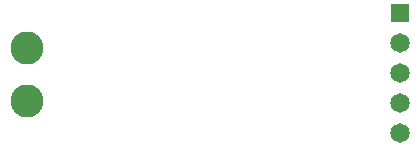
<source format=gbr>
%FSTAX23Y23*%
%MOIN*%
%SFA1B1*%

%IPPOS*%
%ADD23C,0.110236*%
%ADD24C,0.064960*%
%ADD25R,0.064960X0.064960*%
%LNpcb1_pads_bot-1*%
%LPD*%
G54D23*
X00089Y00395D03*
Y00217D03*
G54D24*
X01335Y00112D03*
Y00212D03*
Y00412D03*
Y00312D03*
G54D25*
X01335Y00512D03*
M02*
</source>
